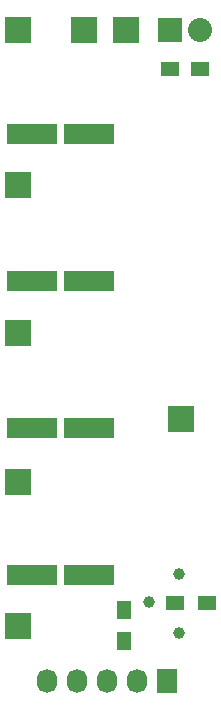
<source format=gbs>
G04 #@! TF.FileFunction,Soldermask,Bot*
%FSLAX46Y46*%
G04 Gerber Fmt 4.6, Leading zero omitted, Abs format (unit mm)*
G04 Created by KiCad (PCBNEW 0.201505262310+5684~23~ubuntu14.04.1-product) date Mon 01 Jun 2015 21:54:35 CEST*
%MOMM*%
G01*
G04 APERTURE LIST*
%ADD10C,0.100000*%
%ADD11R,1.500000X1.250000*%
%ADD12R,2.032000X2.032000*%
%ADD13O,2.032000X2.032000*%
%ADD14R,2.235200X2.235200*%
%ADD15R,1.727200X2.032000*%
%ADD16O,1.727200X2.032000*%
%ADD17R,4.200000X1.800000*%
%ADD18R,1.500000X1.300000*%
%ADD19R,1.300000X1.500000*%
%ADD20C,1.000000*%
G04 APERTURE END LIST*
D10*
D11*
X85324000Y-81280000D03*
X82824000Y-81280000D03*
D12*
X82804000Y-77978000D03*
D13*
X85344000Y-77978000D03*
D14*
X69977000Y-77978000D03*
X75539600Y-77978000D03*
X79121000Y-77978000D03*
D15*
X82550000Y-133096000D03*
D16*
X80010000Y-133096000D03*
X77470000Y-133096000D03*
X74930000Y-133096000D03*
X72390000Y-133096000D03*
D14*
X69977000Y-91059000D03*
X69977000Y-103632000D03*
X69977000Y-116205000D03*
X69977000Y-128397000D03*
D17*
X71133000Y-86741000D03*
X75933000Y-86741000D03*
X71133000Y-99187000D03*
X75933000Y-99187000D03*
X71133000Y-111633000D03*
X75933000Y-111633000D03*
X71133000Y-124079000D03*
X75933000Y-124079000D03*
D18*
X85932000Y-126492000D03*
X83232000Y-126492000D03*
D19*
X78902560Y-129736840D03*
X78902560Y-127036840D03*
D20*
X83566000Y-123992000D03*
X81066000Y-126392000D03*
X83566000Y-128992000D03*
D14*
X83705700Y-110947200D03*
M02*

</source>
